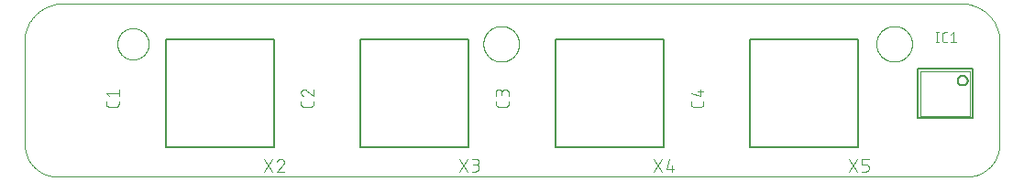
<source format=gto>
G75*
%MOIN*%
%OFA0B0*%
%FSLAX25Y25*%
%IPPOS*%
%LPD*%
%AMOC8*
5,1,8,0,0,1.08239X$1,22.5*
%
%ADD10C,0.00000*%
%ADD11C,0.00400*%
%ADD12C,0.00600*%
%ADD13C,0.00200*%
%ADD14C,0.00500*%
D10*
X0021079Y0005938D02*
X0351787Y0005938D01*
X0352072Y0005941D01*
X0352358Y0005952D01*
X0352643Y0005969D01*
X0352927Y0005993D01*
X0353211Y0006024D01*
X0353494Y0006062D01*
X0353775Y0006107D01*
X0354056Y0006158D01*
X0354336Y0006216D01*
X0354614Y0006281D01*
X0354890Y0006353D01*
X0355164Y0006431D01*
X0355437Y0006516D01*
X0355707Y0006608D01*
X0355975Y0006706D01*
X0356241Y0006810D01*
X0356504Y0006921D01*
X0356764Y0007038D01*
X0357022Y0007161D01*
X0357276Y0007291D01*
X0357527Y0007427D01*
X0357775Y0007568D01*
X0358019Y0007716D01*
X0358260Y0007869D01*
X0358496Y0008029D01*
X0358729Y0008194D01*
X0358958Y0008364D01*
X0359183Y0008540D01*
X0359403Y0008722D01*
X0359619Y0008908D01*
X0359830Y0009100D01*
X0360037Y0009297D01*
X0360239Y0009499D01*
X0360436Y0009706D01*
X0360628Y0009917D01*
X0360814Y0010133D01*
X0360996Y0010353D01*
X0361172Y0010578D01*
X0361342Y0010807D01*
X0361507Y0011040D01*
X0361667Y0011276D01*
X0361820Y0011517D01*
X0361968Y0011761D01*
X0362109Y0012009D01*
X0362245Y0012260D01*
X0362375Y0012514D01*
X0362498Y0012772D01*
X0362615Y0013032D01*
X0362726Y0013295D01*
X0362830Y0013561D01*
X0362928Y0013829D01*
X0363020Y0014099D01*
X0363105Y0014372D01*
X0363183Y0014646D01*
X0363255Y0014922D01*
X0363320Y0015200D01*
X0363378Y0015480D01*
X0363429Y0015761D01*
X0363474Y0016042D01*
X0363512Y0016325D01*
X0363543Y0016609D01*
X0363567Y0016893D01*
X0363584Y0017178D01*
X0363595Y0017464D01*
X0363598Y0017749D01*
X0363598Y0053182D01*
X0363598Y0053183D02*
X0363642Y0053516D01*
X0363677Y0053851D01*
X0363704Y0054186D01*
X0363724Y0054522D01*
X0363735Y0054858D01*
X0363738Y0055194D01*
X0363733Y0055530D01*
X0363720Y0055867D01*
X0363698Y0056202D01*
X0363669Y0056537D01*
X0363631Y0056872D01*
X0363586Y0057205D01*
X0363532Y0057537D01*
X0363470Y0057868D01*
X0363401Y0058197D01*
X0363323Y0058524D01*
X0363238Y0058849D01*
X0363144Y0059172D01*
X0363043Y0059493D01*
X0362935Y0059811D01*
X0362818Y0060127D01*
X0362694Y0060440D01*
X0362563Y0060749D01*
X0362424Y0061056D01*
X0362277Y0061358D01*
X0362124Y0061658D01*
X0361963Y0061953D01*
X0361795Y0062245D01*
X0361620Y0062532D01*
X0361438Y0062815D01*
X0361250Y0063093D01*
X0361054Y0063367D01*
X0360852Y0063636D01*
X0360644Y0063900D01*
X0360430Y0064159D01*
X0360209Y0064413D01*
X0359982Y0064662D01*
X0359749Y0064904D01*
X0359511Y0065142D01*
X0359266Y0065373D01*
X0359017Y0065598D01*
X0358762Y0065817D01*
X0358501Y0066030D01*
X0358236Y0066237D01*
X0357965Y0066437D01*
X0357690Y0066631D01*
X0357411Y0066817D01*
X0357127Y0066997D01*
X0356838Y0067171D01*
X0356546Y0067337D01*
X0356249Y0067496D01*
X0355949Y0067647D01*
X0355645Y0067792D01*
X0355338Y0067929D01*
X0355028Y0068059D01*
X0354714Y0068181D01*
X0354398Y0068295D01*
X0354079Y0068402D01*
X0353758Y0068501D01*
X0353434Y0068592D01*
X0353108Y0068676D01*
X0352780Y0068751D01*
X0352451Y0068819D01*
X0352120Y0068879D01*
X0351787Y0068930D01*
X0021079Y0068930D01*
X0020746Y0068879D01*
X0020415Y0068819D01*
X0020086Y0068751D01*
X0019758Y0068676D01*
X0019432Y0068592D01*
X0019108Y0068501D01*
X0018787Y0068402D01*
X0018468Y0068295D01*
X0018152Y0068181D01*
X0017838Y0068059D01*
X0017528Y0067929D01*
X0017221Y0067792D01*
X0016917Y0067647D01*
X0016617Y0067496D01*
X0016320Y0067337D01*
X0016028Y0067171D01*
X0015739Y0066997D01*
X0015455Y0066817D01*
X0015176Y0066631D01*
X0014901Y0066437D01*
X0014630Y0066237D01*
X0014365Y0066030D01*
X0014104Y0065817D01*
X0013849Y0065598D01*
X0013600Y0065373D01*
X0013355Y0065142D01*
X0013117Y0064904D01*
X0012884Y0064662D01*
X0012657Y0064413D01*
X0012436Y0064159D01*
X0012222Y0063900D01*
X0012014Y0063636D01*
X0011812Y0063367D01*
X0011616Y0063093D01*
X0011428Y0062815D01*
X0011246Y0062532D01*
X0011071Y0062245D01*
X0010903Y0061953D01*
X0010742Y0061658D01*
X0010589Y0061358D01*
X0010442Y0061056D01*
X0010303Y0060749D01*
X0010172Y0060440D01*
X0010048Y0060127D01*
X0009931Y0059811D01*
X0009823Y0059493D01*
X0009722Y0059172D01*
X0009628Y0058849D01*
X0009543Y0058524D01*
X0009465Y0058197D01*
X0009396Y0057868D01*
X0009334Y0057537D01*
X0009280Y0057205D01*
X0009235Y0056872D01*
X0009197Y0056537D01*
X0009168Y0056202D01*
X0009146Y0055867D01*
X0009133Y0055530D01*
X0009128Y0055194D01*
X0009131Y0054858D01*
X0009142Y0054522D01*
X0009162Y0054186D01*
X0009189Y0053851D01*
X0009224Y0053516D01*
X0009268Y0053183D01*
X0009268Y0053182D02*
X0009268Y0017749D01*
X0009271Y0017464D01*
X0009282Y0017178D01*
X0009299Y0016893D01*
X0009323Y0016609D01*
X0009354Y0016325D01*
X0009392Y0016042D01*
X0009437Y0015761D01*
X0009488Y0015480D01*
X0009546Y0015200D01*
X0009611Y0014922D01*
X0009683Y0014646D01*
X0009761Y0014372D01*
X0009846Y0014099D01*
X0009938Y0013829D01*
X0010036Y0013561D01*
X0010140Y0013295D01*
X0010251Y0013032D01*
X0010368Y0012772D01*
X0010491Y0012514D01*
X0010621Y0012260D01*
X0010757Y0012009D01*
X0010898Y0011761D01*
X0011046Y0011517D01*
X0011199Y0011276D01*
X0011359Y0011040D01*
X0011524Y0010807D01*
X0011694Y0010578D01*
X0011870Y0010353D01*
X0012052Y0010133D01*
X0012238Y0009917D01*
X0012430Y0009706D01*
X0012627Y0009499D01*
X0012829Y0009297D01*
X0013036Y0009100D01*
X0013247Y0008908D01*
X0013463Y0008722D01*
X0013683Y0008540D01*
X0013908Y0008364D01*
X0014137Y0008194D01*
X0014370Y0008029D01*
X0014606Y0007869D01*
X0014847Y0007716D01*
X0015091Y0007568D01*
X0015339Y0007427D01*
X0015590Y0007291D01*
X0015844Y0007161D01*
X0016102Y0007038D01*
X0016362Y0006921D01*
X0016625Y0006810D01*
X0016891Y0006706D01*
X0017159Y0006608D01*
X0017429Y0006516D01*
X0017702Y0006431D01*
X0017976Y0006353D01*
X0018252Y0006281D01*
X0018530Y0006216D01*
X0018810Y0006158D01*
X0019091Y0006107D01*
X0019372Y0006062D01*
X0019655Y0006024D01*
X0019939Y0005993D01*
X0020223Y0005969D01*
X0020508Y0005952D01*
X0020794Y0005941D01*
X0021079Y0005938D01*
X0042929Y0054363D02*
X0042931Y0054514D01*
X0042937Y0054664D01*
X0042947Y0054815D01*
X0042961Y0054965D01*
X0042979Y0055114D01*
X0043000Y0055264D01*
X0043026Y0055412D01*
X0043056Y0055560D01*
X0043089Y0055707D01*
X0043127Y0055853D01*
X0043168Y0055998D01*
X0043213Y0056142D01*
X0043262Y0056284D01*
X0043315Y0056425D01*
X0043371Y0056565D01*
X0043431Y0056703D01*
X0043494Y0056840D01*
X0043562Y0056975D01*
X0043632Y0057108D01*
X0043706Y0057239D01*
X0043784Y0057368D01*
X0043865Y0057495D01*
X0043949Y0057620D01*
X0044037Y0057743D01*
X0044128Y0057863D01*
X0044222Y0057981D01*
X0044319Y0058096D01*
X0044419Y0058209D01*
X0044522Y0058319D01*
X0044628Y0058426D01*
X0044737Y0058531D01*
X0044848Y0058632D01*
X0044962Y0058731D01*
X0045078Y0058826D01*
X0045198Y0058919D01*
X0045319Y0059008D01*
X0045443Y0059094D01*
X0045569Y0059177D01*
X0045697Y0059256D01*
X0045827Y0059332D01*
X0045959Y0059405D01*
X0046093Y0059473D01*
X0046229Y0059539D01*
X0046367Y0059601D01*
X0046506Y0059659D01*
X0046646Y0059713D01*
X0046788Y0059764D01*
X0046931Y0059811D01*
X0047076Y0059854D01*
X0047221Y0059893D01*
X0047368Y0059929D01*
X0047515Y0059960D01*
X0047663Y0059988D01*
X0047812Y0060012D01*
X0047961Y0060032D01*
X0048111Y0060048D01*
X0048261Y0060060D01*
X0048412Y0060068D01*
X0048563Y0060072D01*
X0048713Y0060072D01*
X0048864Y0060068D01*
X0049015Y0060060D01*
X0049165Y0060048D01*
X0049315Y0060032D01*
X0049464Y0060012D01*
X0049613Y0059988D01*
X0049761Y0059960D01*
X0049908Y0059929D01*
X0050055Y0059893D01*
X0050200Y0059854D01*
X0050345Y0059811D01*
X0050488Y0059764D01*
X0050630Y0059713D01*
X0050770Y0059659D01*
X0050909Y0059601D01*
X0051047Y0059539D01*
X0051183Y0059473D01*
X0051317Y0059405D01*
X0051449Y0059332D01*
X0051579Y0059256D01*
X0051707Y0059177D01*
X0051833Y0059094D01*
X0051957Y0059008D01*
X0052078Y0058919D01*
X0052198Y0058826D01*
X0052314Y0058731D01*
X0052428Y0058632D01*
X0052539Y0058531D01*
X0052648Y0058426D01*
X0052754Y0058319D01*
X0052857Y0058209D01*
X0052957Y0058096D01*
X0053054Y0057981D01*
X0053148Y0057863D01*
X0053239Y0057743D01*
X0053327Y0057620D01*
X0053411Y0057495D01*
X0053492Y0057368D01*
X0053570Y0057239D01*
X0053644Y0057108D01*
X0053714Y0056975D01*
X0053782Y0056840D01*
X0053845Y0056703D01*
X0053905Y0056565D01*
X0053961Y0056425D01*
X0054014Y0056284D01*
X0054063Y0056142D01*
X0054108Y0055998D01*
X0054149Y0055853D01*
X0054187Y0055707D01*
X0054220Y0055560D01*
X0054250Y0055412D01*
X0054276Y0055264D01*
X0054297Y0055114D01*
X0054315Y0054965D01*
X0054329Y0054815D01*
X0054339Y0054664D01*
X0054345Y0054514D01*
X0054347Y0054363D01*
X0054345Y0054212D01*
X0054339Y0054062D01*
X0054329Y0053911D01*
X0054315Y0053761D01*
X0054297Y0053612D01*
X0054276Y0053462D01*
X0054250Y0053314D01*
X0054220Y0053166D01*
X0054187Y0053019D01*
X0054149Y0052873D01*
X0054108Y0052728D01*
X0054063Y0052584D01*
X0054014Y0052442D01*
X0053961Y0052301D01*
X0053905Y0052161D01*
X0053845Y0052023D01*
X0053782Y0051886D01*
X0053714Y0051751D01*
X0053644Y0051618D01*
X0053570Y0051487D01*
X0053492Y0051358D01*
X0053411Y0051231D01*
X0053327Y0051106D01*
X0053239Y0050983D01*
X0053148Y0050863D01*
X0053054Y0050745D01*
X0052957Y0050630D01*
X0052857Y0050517D01*
X0052754Y0050407D01*
X0052648Y0050300D01*
X0052539Y0050195D01*
X0052428Y0050094D01*
X0052314Y0049995D01*
X0052198Y0049900D01*
X0052078Y0049807D01*
X0051957Y0049718D01*
X0051833Y0049632D01*
X0051707Y0049549D01*
X0051579Y0049470D01*
X0051449Y0049394D01*
X0051317Y0049321D01*
X0051183Y0049253D01*
X0051047Y0049187D01*
X0050909Y0049125D01*
X0050770Y0049067D01*
X0050630Y0049013D01*
X0050488Y0048962D01*
X0050345Y0048915D01*
X0050200Y0048872D01*
X0050055Y0048833D01*
X0049908Y0048797D01*
X0049761Y0048766D01*
X0049613Y0048738D01*
X0049464Y0048714D01*
X0049315Y0048694D01*
X0049165Y0048678D01*
X0049015Y0048666D01*
X0048864Y0048658D01*
X0048713Y0048654D01*
X0048563Y0048654D01*
X0048412Y0048658D01*
X0048261Y0048666D01*
X0048111Y0048678D01*
X0047961Y0048694D01*
X0047812Y0048714D01*
X0047663Y0048738D01*
X0047515Y0048766D01*
X0047368Y0048797D01*
X0047221Y0048833D01*
X0047076Y0048872D01*
X0046931Y0048915D01*
X0046788Y0048962D01*
X0046646Y0049013D01*
X0046506Y0049067D01*
X0046367Y0049125D01*
X0046229Y0049187D01*
X0046093Y0049253D01*
X0045959Y0049321D01*
X0045827Y0049394D01*
X0045697Y0049470D01*
X0045569Y0049549D01*
X0045443Y0049632D01*
X0045319Y0049718D01*
X0045198Y0049807D01*
X0045078Y0049900D01*
X0044962Y0049995D01*
X0044848Y0050094D01*
X0044737Y0050195D01*
X0044628Y0050300D01*
X0044522Y0050407D01*
X0044419Y0050517D01*
X0044319Y0050630D01*
X0044222Y0050745D01*
X0044128Y0050863D01*
X0044037Y0050983D01*
X0043949Y0051106D01*
X0043865Y0051231D01*
X0043784Y0051358D01*
X0043706Y0051487D01*
X0043632Y0051618D01*
X0043562Y0051751D01*
X0043494Y0051886D01*
X0043431Y0052023D01*
X0043371Y0052161D01*
X0043315Y0052301D01*
X0043262Y0052442D01*
X0043213Y0052584D01*
X0043168Y0052728D01*
X0043127Y0052873D01*
X0043089Y0053019D01*
X0043056Y0053166D01*
X0043026Y0053314D01*
X0043000Y0053462D01*
X0042979Y0053612D01*
X0042961Y0053761D01*
X0042947Y0053911D01*
X0042937Y0054062D01*
X0042931Y0054212D01*
X0042929Y0054363D01*
X0176000Y0054363D02*
X0176002Y0054524D01*
X0176008Y0054684D01*
X0176018Y0054845D01*
X0176032Y0055005D01*
X0176050Y0055164D01*
X0176071Y0055324D01*
X0176097Y0055482D01*
X0176127Y0055640D01*
X0176160Y0055797D01*
X0176198Y0055954D01*
X0176239Y0056109D01*
X0176284Y0056263D01*
X0176333Y0056416D01*
X0176386Y0056568D01*
X0176442Y0056718D01*
X0176502Y0056867D01*
X0176566Y0057015D01*
X0176633Y0057161D01*
X0176704Y0057305D01*
X0176779Y0057447D01*
X0176857Y0057588D01*
X0176938Y0057726D01*
X0177023Y0057863D01*
X0177112Y0057997D01*
X0177203Y0058129D01*
X0177298Y0058259D01*
X0177396Y0058386D01*
X0177497Y0058511D01*
X0177601Y0058634D01*
X0177708Y0058753D01*
X0177818Y0058870D01*
X0177931Y0058985D01*
X0178047Y0059096D01*
X0178165Y0059205D01*
X0178286Y0059310D01*
X0178410Y0059413D01*
X0178536Y0059513D01*
X0178665Y0059609D01*
X0178796Y0059702D01*
X0178929Y0059792D01*
X0179064Y0059879D01*
X0179202Y0059962D01*
X0179341Y0060041D01*
X0179483Y0060118D01*
X0179626Y0060191D01*
X0179771Y0060260D01*
X0179918Y0060325D01*
X0180066Y0060387D01*
X0180216Y0060446D01*
X0180367Y0060500D01*
X0180519Y0060551D01*
X0180673Y0060598D01*
X0180828Y0060641D01*
X0180983Y0060680D01*
X0181140Y0060716D01*
X0181298Y0060748D01*
X0181456Y0060775D01*
X0181615Y0060799D01*
X0181774Y0060819D01*
X0181934Y0060835D01*
X0182095Y0060847D01*
X0182255Y0060855D01*
X0182416Y0060859D01*
X0182576Y0060859D01*
X0182737Y0060855D01*
X0182897Y0060847D01*
X0183058Y0060835D01*
X0183218Y0060819D01*
X0183377Y0060799D01*
X0183536Y0060775D01*
X0183694Y0060748D01*
X0183852Y0060716D01*
X0184009Y0060680D01*
X0184164Y0060641D01*
X0184319Y0060598D01*
X0184473Y0060551D01*
X0184625Y0060500D01*
X0184776Y0060446D01*
X0184926Y0060387D01*
X0185074Y0060325D01*
X0185221Y0060260D01*
X0185366Y0060191D01*
X0185509Y0060118D01*
X0185651Y0060041D01*
X0185790Y0059962D01*
X0185928Y0059879D01*
X0186063Y0059792D01*
X0186196Y0059702D01*
X0186327Y0059609D01*
X0186456Y0059513D01*
X0186582Y0059413D01*
X0186706Y0059310D01*
X0186827Y0059205D01*
X0186945Y0059096D01*
X0187061Y0058985D01*
X0187174Y0058870D01*
X0187284Y0058753D01*
X0187391Y0058634D01*
X0187495Y0058511D01*
X0187596Y0058386D01*
X0187694Y0058259D01*
X0187789Y0058129D01*
X0187880Y0057997D01*
X0187969Y0057863D01*
X0188054Y0057726D01*
X0188135Y0057588D01*
X0188213Y0057447D01*
X0188288Y0057305D01*
X0188359Y0057161D01*
X0188426Y0057015D01*
X0188490Y0056867D01*
X0188550Y0056718D01*
X0188606Y0056568D01*
X0188659Y0056416D01*
X0188708Y0056263D01*
X0188753Y0056109D01*
X0188794Y0055954D01*
X0188832Y0055797D01*
X0188865Y0055640D01*
X0188895Y0055482D01*
X0188921Y0055324D01*
X0188942Y0055164D01*
X0188960Y0055005D01*
X0188974Y0054845D01*
X0188984Y0054684D01*
X0188990Y0054524D01*
X0188992Y0054363D01*
X0188990Y0054202D01*
X0188984Y0054042D01*
X0188974Y0053881D01*
X0188960Y0053721D01*
X0188942Y0053562D01*
X0188921Y0053402D01*
X0188895Y0053244D01*
X0188865Y0053086D01*
X0188832Y0052929D01*
X0188794Y0052772D01*
X0188753Y0052617D01*
X0188708Y0052463D01*
X0188659Y0052310D01*
X0188606Y0052158D01*
X0188550Y0052008D01*
X0188490Y0051859D01*
X0188426Y0051711D01*
X0188359Y0051565D01*
X0188288Y0051421D01*
X0188213Y0051279D01*
X0188135Y0051138D01*
X0188054Y0051000D01*
X0187969Y0050863D01*
X0187880Y0050729D01*
X0187789Y0050597D01*
X0187694Y0050467D01*
X0187596Y0050340D01*
X0187495Y0050215D01*
X0187391Y0050092D01*
X0187284Y0049973D01*
X0187174Y0049856D01*
X0187061Y0049741D01*
X0186945Y0049630D01*
X0186827Y0049521D01*
X0186706Y0049416D01*
X0186582Y0049313D01*
X0186456Y0049213D01*
X0186327Y0049117D01*
X0186196Y0049024D01*
X0186063Y0048934D01*
X0185928Y0048847D01*
X0185790Y0048764D01*
X0185651Y0048685D01*
X0185509Y0048608D01*
X0185366Y0048535D01*
X0185221Y0048466D01*
X0185074Y0048401D01*
X0184926Y0048339D01*
X0184776Y0048280D01*
X0184625Y0048226D01*
X0184473Y0048175D01*
X0184319Y0048128D01*
X0184164Y0048085D01*
X0184009Y0048046D01*
X0183852Y0048010D01*
X0183694Y0047978D01*
X0183536Y0047951D01*
X0183377Y0047927D01*
X0183218Y0047907D01*
X0183058Y0047891D01*
X0182897Y0047879D01*
X0182737Y0047871D01*
X0182576Y0047867D01*
X0182416Y0047867D01*
X0182255Y0047871D01*
X0182095Y0047879D01*
X0181934Y0047891D01*
X0181774Y0047907D01*
X0181615Y0047927D01*
X0181456Y0047951D01*
X0181298Y0047978D01*
X0181140Y0048010D01*
X0180983Y0048046D01*
X0180828Y0048085D01*
X0180673Y0048128D01*
X0180519Y0048175D01*
X0180367Y0048226D01*
X0180216Y0048280D01*
X0180066Y0048339D01*
X0179918Y0048401D01*
X0179771Y0048466D01*
X0179626Y0048535D01*
X0179483Y0048608D01*
X0179341Y0048685D01*
X0179202Y0048764D01*
X0179064Y0048847D01*
X0178929Y0048934D01*
X0178796Y0049024D01*
X0178665Y0049117D01*
X0178536Y0049213D01*
X0178410Y0049313D01*
X0178286Y0049416D01*
X0178165Y0049521D01*
X0178047Y0049630D01*
X0177931Y0049741D01*
X0177818Y0049856D01*
X0177708Y0049973D01*
X0177601Y0050092D01*
X0177497Y0050215D01*
X0177396Y0050340D01*
X0177298Y0050467D01*
X0177203Y0050597D01*
X0177112Y0050729D01*
X0177023Y0050863D01*
X0176938Y0051000D01*
X0176857Y0051138D01*
X0176779Y0051279D01*
X0176704Y0051421D01*
X0176633Y0051565D01*
X0176566Y0051711D01*
X0176502Y0051859D01*
X0176442Y0052008D01*
X0176386Y0052158D01*
X0176333Y0052310D01*
X0176284Y0052463D01*
X0176239Y0052617D01*
X0176198Y0052772D01*
X0176160Y0052929D01*
X0176127Y0053086D01*
X0176097Y0053244D01*
X0176071Y0053402D01*
X0176050Y0053562D01*
X0176032Y0053721D01*
X0176018Y0053881D01*
X0176008Y0054042D01*
X0176002Y0054202D01*
X0176000Y0054363D01*
X0318913Y0054363D02*
X0318915Y0054524D01*
X0318921Y0054684D01*
X0318931Y0054845D01*
X0318945Y0055005D01*
X0318963Y0055164D01*
X0318984Y0055324D01*
X0319010Y0055482D01*
X0319040Y0055640D01*
X0319073Y0055797D01*
X0319111Y0055954D01*
X0319152Y0056109D01*
X0319197Y0056263D01*
X0319246Y0056416D01*
X0319299Y0056568D01*
X0319355Y0056718D01*
X0319415Y0056867D01*
X0319479Y0057015D01*
X0319546Y0057161D01*
X0319617Y0057305D01*
X0319692Y0057447D01*
X0319770Y0057588D01*
X0319851Y0057726D01*
X0319936Y0057863D01*
X0320025Y0057997D01*
X0320116Y0058129D01*
X0320211Y0058259D01*
X0320309Y0058386D01*
X0320410Y0058511D01*
X0320514Y0058634D01*
X0320621Y0058753D01*
X0320731Y0058870D01*
X0320844Y0058985D01*
X0320960Y0059096D01*
X0321078Y0059205D01*
X0321199Y0059310D01*
X0321323Y0059413D01*
X0321449Y0059513D01*
X0321578Y0059609D01*
X0321709Y0059702D01*
X0321842Y0059792D01*
X0321977Y0059879D01*
X0322115Y0059962D01*
X0322254Y0060041D01*
X0322396Y0060118D01*
X0322539Y0060191D01*
X0322684Y0060260D01*
X0322831Y0060325D01*
X0322979Y0060387D01*
X0323129Y0060446D01*
X0323280Y0060500D01*
X0323432Y0060551D01*
X0323586Y0060598D01*
X0323741Y0060641D01*
X0323896Y0060680D01*
X0324053Y0060716D01*
X0324211Y0060748D01*
X0324369Y0060775D01*
X0324528Y0060799D01*
X0324687Y0060819D01*
X0324847Y0060835D01*
X0325008Y0060847D01*
X0325168Y0060855D01*
X0325329Y0060859D01*
X0325489Y0060859D01*
X0325650Y0060855D01*
X0325810Y0060847D01*
X0325971Y0060835D01*
X0326131Y0060819D01*
X0326290Y0060799D01*
X0326449Y0060775D01*
X0326607Y0060748D01*
X0326765Y0060716D01*
X0326922Y0060680D01*
X0327077Y0060641D01*
X0327232Y0060598D01*
X0327386Y0060551D01*
X0327538Y0060500D01*
X0327689Y0060446D01*
X0327839Y0060387D01*
X0327987Y0060325D01*
X0328134Y0060260D01*
X0328279Y0060191D01*
X0328422Y0060118D01*
X0328564Y0060041D01*
X0328703Y0059962D01*
X0328841Y0059879D01*
X0328976Y0059792D01*
X0329109Y0059702D01*
X0329240Y0059609D01*
X0329369Y0059513D01*
X0329495Y0059413D01*
X0329619Y0059310D01*
X0329740Y0059205D01*
X0329858Y0059096D01*
X0329974Y0058985D01*
X0330087Y0058870D01*
X0330197Y0058753D01*
X0330304Y0058634D01*
X0330408Y0058511D01*
X0330509Y0058386D01*
X0330607Y0058259D01*
X0330702Y0058129D01*
X0330793Y0057997D01*
X0330882Y0057863D01*
X0330967Y0057726D01*
X0331048Y0057588D01*
X0331126Y0057447D01*
X0331201Y0057305D01*
X0331272Y0057161D01*
X0331339Y0057015D01*
X0331403Y0056867D01*
X0331463Y0056718D01*
X0331519Y0056568D01*
X0331572Y0056416D01*
X0331621Y0056263D01*
X0331666Y0056109D01*
X0331707Y0055954D01*
X0331745Y0055797D01*
X0331778Y0055640D01*
X0331808Y0055482D01*
X0331834Y0055324D01*
X0331855Y0055164D01*
X0331873Y0055005D01*
X0331887Y0054845D01*
X0331897Y0054684D01*
X0331903Y0054524D01*
X0331905Y0054363D01*
X0331903Y0054202D01*
X0331897Y0054042D01*
X0331887Y0053881D01*
X0331873Y0053721D01*
X0331855Y0053562D01*
X0331834Y0053402D01*
X0331808Y0053244D01*
X0331778Y0053086D01*
X0331745Y0052929D01*
X0331707Y0052772D01*
X0331666Y0052617D01*
X0331621Y0052463D01*
X0331572Y0052310D01*
X0331519Y0052158D01*
X0331463Y0052008D01*
X0331403Y0051859D01*
X0331339Y0051711D01*
X0331272Y0051565D01*
X0331201Y0051421D01*
X0331126Y0051279D01*
X0331048Y0051138D01*
X0330967Y0051000D01*
X0330882Y0050863D01*
X0330793Y0050729D01*
X0330702Y0050597D01*
X0330607Y0050467D01*
X0330509Y0050340D01*
X0330408Y0050215D01*
X0330304Y0050092D01*
X0330197Y0049973D01*
X0330087Y0049856D01*
X0329974Y0049741D01*
X0329858Y0049630D01*
X0329740Y0049521D01*
X0329619Y0049416D01*
X0329495Y0049313D01*
X0329369Y0049213D01*
X0329240Y0049117D01*
X0329109Y0049024D01*
X0328976Y0048934D01*
X0328841Y0048847D01*
X0328703Y0048764D01*
X0328564Y0048685D01*
X0328422Y0048608D01*
X0328279Y0048535D01*
X0328134Y0048466D01*
X0327987Y0048401D01*
X0327839Y0048339D01*
X0327689Y0048280D01*
X0327538Y0048226D01*
X0327386Y0048175D01*
X0327232Y0048128D01*
X0327077Y0048085D01*
X0326922Y0048046D01*
X0326765Y0048010D01*
X0326607Y0047978D01*
X0326449Y0047951D01*
X0326290Y0047927D01*
X0326131Y0047907D01*
X0325971Y0047891D01*
X0325810Y0047879D01*
X0325650Y0047871D01*
X0325489Y0047867D01*
X0325329Y0047867D01*
X0325168Y0047871D01*
X0325008Y0047879D01*
X0324847Y0047891D01*
X0324687Y0047907D01*
X0324528Y0047927D01*
X0324369Y0047951D01*
X0324211Y0047978D01*
X0324053Y0048010D01*
X0323896Y0048046D01*
X0323741Y0048085D01*
X0323586Y0048128D01*
X0323432Y0048175D01*
X0323280Y0048226D01*
X0323129Y0048280D01*
X0322979Y0048339D01*
X0322831Y0048401D01*
X0322684Y0048466D01*
X0322539Y0048535D01*
X0322396Y0048608D01*
X0322254Y0048685D01*
X0322115Y0048764D01*
X0321977Y0048847D01*
X0321842Y0048934D01*
X0321709Y0049024D01*
X0321578Y0049117D01*
X0321449Y0049213D01*
X0321323Y0049313D01*
X0321199Y0049416D01*
X0321078Y0049521D01*
X0320960Y0049630D01*
X0320844Y0049741D01*
X0320731Y0049856D01*
X0320621Y0049973D01*
X0320514Y0050092D01*
X0320410Y0050215D01*
X0320309Y0050340D01*
X0320211Y0050467D01*
X0320116Y0050597D01*
X0320025Y0050729D01*
X0319936Y0050863D01*
X0319851Y0051000D01*
X0319770Y0051138D01*
X0319692Y0051279D01*
X0319617Y0051421D01*
X0319546Y0051565D01*
X0319479Y0051711D01*
X0319415Y0051859D01*
X0319355Y0052008D01*
X0319299Y0052158D01*
X0319246Y0052310D01*
X0319197Y0052463D01*
X0319152Y0052617D01*
X0319111Y0052772D01*
X0319073Y0052929D01*
X0319040Y0053086D01*
X0319010Y0053244D01*
X0318984Y0053402D01*
X0318963Y0053562D01*
X0318945Y0053721D01*
X0318931Y0053881D01*
X0318921Y0054042D01*
X0318915Y0054202D01*
X0318913Y0054363D01*
D11*
X0340638Y0054940D02*
X0341438Y0054940D01*
X0341038Y0054940D02*
X0341038Y0058540D01*
X0340638Y0058540D02*
X0341438Y0058540D01*
X0342906Y0057740D02*
X0342906Y0055740D01*
X0342908Y0055685D01*
X0342913Y0055631D01*
X0342923Y0055577D01*
X0342936Y0055524D01*
X0342952Y0055472D01*
X0342972Y0055421D01*
X0342996Y0055372D01*
X0343022Y0055324D01*
X0343052Y0055279D01*
X0343085Y0055235D01*
X0343121Y0055194D01*
X0343160Y0055155D01*
X0343201Y0055119D01*
X0343245Y0055086D01*
X0343290Y0055056D01*
X0343338Y0055030D01*
X0343387Y0055006D01*
X0343438Y0054986D01*
X0343490Y0054970D01*
X0343543Y0054957D01*
X0343597Y0054947D01*
X0343651Y0054942D01*
X0343706Y0054940D01*
X0344506Y0054940D01*
X0345918Y0054940D02*
X0347918Y0054940D01*
X0346918Y0054940D02*
X0346918Y0058540D01*
X0345918Y0057740D01*
X0344506Y0058540D02*
X0343706Y0058540D01*
X0343651Y0058538D01*
X0343597Y0058533D01*
X0343543Y0058523D01*
X0343490Y0058510D01*
X0343438Y0058494D01*
X0343387Y0058474D01*
X0343338Y0058450D01*
X0343290Y0058424D01*
X0343245Y0058394D01*
X0343201Y0058361D01*
X0343160Y0058325D01*
X0343121Y0058286D01*
X0343085Y0058245D01*
X0343052Y0058201D01*
X0343022Y0058156D01*
X0342996Y0058108D01*
X0342972Y0058059D01*
X0342952Y0058008D01*
X0342936Y0057956D01*
X0342923Y0057903D01*
X0342913Y0057849D01*
X0342908Y0057795D01*
X0342906Y0057740D01*
X0255014Y0037772D02*
X0255014Y0035216D01*
X0251436Y0036238D01*
X0253992Y0037005D02*
X0256036Y0037005D01*
X0256036Y0033498D02*
X0256036Y0032475D01*
X0256034Y0032413D01*
X0256029Y0032352D01*
X0256019Y0032291D01*
X0256006Y0032230D01*
X0255990Y0032171D01*
X0255970Y0032113D01*
X0255946Y0032056D01*
X0255919Y0032000D01*
X0255889Y0031946D01*
X0255855Y0031894D01*
X0255819Y0031845D01*
X0255779Y0031797D01*
X0255737Y0031752D01*
X0255692Y0031710D01*
X0255644Y0031670D01*
X0255595Y0031634D01*
X0255543Y0031600D01*
X0255489Y0031570D01*
X0255433Y0031543D01*
X0255376Y0031519D01*
X0255318Y0031499D01*
X0255259Y0031483D01*
X0255198Y0031470D01*
X0255137Y0031460D01*
X0255076Y0031455D01*
X0255014Y0031453D01*
X0252458Y0031453D01*
X0252396Y0031455D01*
X0252335Y0031460D01*
X0252274Y0031470D01*
X0252213Y0031483D01*
X0252154Y0031499D01*
X0252096Y0031519D01*
X0252039Y0031543D01*
X0251983Y0031570D01*
X0251929Y0031600D01*
X0251877Y0031634D01*
X0251828Y0031670D01*
X0251780Y0031710D01*
X0251735Y0031752D01*
X0251693Y0031797D01*
X0251654Y0031845D01*
X0251617Y0031894D01*
X0251583Y0031946D01*
X0251553Y0032000D01*
X0251526Y0032056D01*
X0251502Y0032113D01*
X0251482Y0032171D01*
X0251466Y0032230D01*
X0251453Y0032291D01*
X0251443Y0032352D01*
X0251438Y0032413D01*
X0251436Y0032475D01*
X0251436Y0033498D01*
X0185170Y0033498D02*
X0185170Y0032475D01*
X0185168Y0032413D01*
X0185163Y0032352D01*
X0185153Y0032291D01*
X0185140Y0032230D01*
X0185124Y0032171D01*
X0185104Y0032113D01*
X0185080Y0032056D01*
X0185053Y0032000D01*
X0185023Y0031946D01*
X0184989Y0031894D01*
X0184953Y0031845D01*
X0184913Y0031797D01*
X0184871Y0031752D01*
X0184826Y0031710D01*
X0184778Y0031670D01*
X0184729Y0031634D01*
X0184677Y0031600D01*
X0184623Y0031570D01*
X0184567Y0031543D01*
X0184510Y0031519D01*
X0184452Y0031499D01*
X0184393Y0031483D01*
X0184332Y0031470D01*
X0184271Y0031460D01*
X0184210Y0031455D01*
X0184148Y0031453D01*
X0181592Y0031453D01*
X0181530Y0031455D01*
X0181469Y0031460D01*
X0181408Y0031470D01*
X0181347Y0031483D01*
X0181288Y0031499D01*
X0181230Y0031519D01*
X0181173Y0031543D01*
X0181117Y0031570D01*
X0181063Y0031600D01*
X0181011Y0031634D01*
X0180962Y0031670D01*
X0180914Y0031710D01*
X0180869Y0031752D01*
X0180827Y0031797D01*
X0180788Y0031845D01*
X0180751Y0031894D01*
X0180717Y0031946D01*
X0180687Y0032000D01*
X0180660Y0032056D01*
X0180636Y0032113D01*
X0180616Y0032171D01*
X0180600Y0032230D01*
X0180587Y0032291D01*
X0180577Y0032352D01*
X0180572Y0032413D01*
X0180570Y0032475D01*
X0180570Y0033498D01*
X0180570Y0035216D02*
X0180570Y0036750D01*
X0180572Y0036813D01*
X0180578Y0036876D01*
X0180587Y0036938D01*
X0180601Y0036999D01*
X0180618Y0037060D01*
X0180639Y0037119D01*
X0180664Y0037177D01*
X0180692Y0037234D01*
X0180723Y0037288D01*
X0180758Y0037340D01*
X0180796Y0037391D01*
X0180837Y0037439D01*
X0180881Y0037484D01*
X0180927Y0037526D01*
X0180976Y0037566D01*
X0181027Y0037602D01*
X0181081Y0037635D01*
X0181136Y0037665D01*
X0181194Y0037691D01*
X0181252Y0037714D01*
X0181312Y0037733D01*
X0181373Y0037748D01*
X0181435Y0037760D01*
X0181498Y0037768D01*
X0181561Y0037772D01*
X0181623Y0037772D01*
X0181686Y0037768D01*
X0181749Y0037760D01*
X0181811Y0037748D01*
X0181872Y0037733D01*
X0181932Y0037714D01*
X0181990Y0037691D01*
X0182048Y0037665D01*
X0182103Y0037635D01*
X0182157Y0037602D01*
X0182208Y0037566D01*
X0182257Y0037526D01*
X0182303Y0037484D01*
X0182347Y0037439D01*
X0182388Y0037391D01*
X0182426Y0037340D01*
X0182461Y0037288D01*
X0182492Y0037234D01*
X0182520Y0037177D01*
X0182545Y0037119D01*
X0182566Y0037060D01*
X0182583Y0036999D01*
X0182597Y0036938D01*
X0182606Y0036876D01*
X0182612Y0036813D01*
X0182614Y0036750D01*
X0182615Y0036750D02*
X0182615Y0035727D01*
X0182614Y0036494D02*
X0182616Y0036564D01*
X0182622Y0036635D01*
X0182631Y0036704D01*
X0182645Y0036773D01*
X0182662Y0036842D01*
X0182683Y0036909D01*
X0182708Y0036975D01*
X0182736Y0037039D01*
X0182768Y0037102D01*
X0182803Y0037163D01*
X0182842Y0037222D01*
X0182883Y0037279D01*
X0182928Y0037333D01*
X0182976Y0037385D01*
X0183026Y0037434D01*
X0183080Y0037481D01*
X0183135Y0037524D01*
X0183193Y0037564D01*
X0183253Y0037601D01*
X0183315Y0037634D01*
X0183379Y0037664D01*
X0183444Y0037691D01*
X0183510Y0037714D01*
X0183578Y0037733D01*
X0183647Y0037748D01*
X0183716Y0037760D01*
X0183786Y0037768D01*
X0183857Y0037772D01*
X0183927Y0037772D01*
X0183998Y0037768D01*
X0184068Y0037760D01*
X0184137Y0037748D01*
X0184206Y0037733D01*
X0184274Y0037714D01*
X0184340Y0037691D01*
X0184405Y0037664D01*
X0184469Y0037634D01*
X0184531Y0037601D01*
X0184591Y0037564D01*
X0184649Y0037524D01*
X0184704Y0037481D01*
X0184758Y0037434D01*
X0184808Y0037385D01*
X0184856Y0037333D01*
X0184901Y0037279D01*
X0184942Y0037222D01*
X0184981Y0037163D01*
X0185016Y0037102D01*
X0185048Y0037039D01*
X0185076Y0036975D01*
X0185101Y0036909D01*
X0185122Y0036842D01*
X0185139Y0036773D01*
X0185153Y0036704D01*
X0185162Y0036635D01*
X0185168Y0036564D01*
X0185170Y0036494D01*
X0185170Y0035216D01*
X0114304Y0035216D02*
X0114304Y0037772D01*
X0114304Y0035216D02*
X0111748Y0037388D01*
X0109704Y0036622D02*
X0109706Y0036548D01*
X0109711Y0036474D01*
X0109721Y0036400D01*
X0109734Y0036327D01*
X0109750Y0036254D01*
X0109771Y0036183D01*
X0109795Y0036113D01*
X0109822Y0036044D01*
X0109853Y0035976D01*
X0109887Y0035910D01*
X0109924Y0035846D01*
X0109965Y0035784D01*
X0110009Y0035723D01*
X0110055Y0035666D01*
X0110105Y0035610D01*
X0110157Y0035557D01*
X0110212Y0035507D01*
X0110269Y0035460D01*
X0110329Y0035416D01*
X0110391Y0035374D01*
X0110454Y0035336D01*
X0110520Y0035301D01*
X0110587Y0035270D01*
X0110656Y0035242D01*
X0110726Y0035217D01*
X0111748Y0037389D02*
X0111701Y0037436D01*
X0111651Y0037480D01*
X0111599Y0037522D01*
X0111545Y0037561D01*
X0111489Y0037596D01*
X0111431Y0037629D01*
X0111371Y0037659D01*
X0111310Y0037685D01*
X0111247Y0037708D01*
X0111183Y0037727D01*
X0111119Y0037743D01*
X0111053Y0037756D01*
X0110987Y0037765D01*
X0110921Y0037770D01*
X0110854Y0037772D01*
X0110787Y0037770D01*
X0110720Y0037764D01*
X0110654Y0037755D01*
X0110589Y0037741D01*
X0110524Y0037724D01*
X0110461Y0037703D01*
X0110399Y0037678D01*
X0110338Y0037650D01*
X0110279Y0037618D01*
X0110222Y0037583D01*
X0110167Y0037544D01*
X0110115Y0037503D01*
X0110065Y0037458D01*
X0110018Y0037411D01*
X0109973Y0037361D01*
X0109932Y0037309D01*
X0109893Y0037254D01*
X0109858Y0037197D01*
X0109826Y0037138D01*
X0109798Y0037077D01*
X0109773Y0037015D01*
X0109752Y0036952D01*
X0109735Y0036887D01*
X0109721Y0036822D01*
X0109712Y0036756D01*
X0109706Y0036689D01*
X0109704Y0036622D01*
X0109704Y0033498D02*
X0109704Y0032475D01*
X0109706Y0032413D01*
X0109711Y0032352D01*
X0109721Y0032291D01*
X0109734Y0032230D01*
X0109750Y0032171D01*
X0109770Y0032113D01*
X0109794Y0032056D01*
X0109821Y0032000D01*
X0109851Y0031946D01*
X0109885Y0031894D01*
X0109922Y0031845D01*
X0109961Y0031797D01*
X0110003Y0031752D01*
X0110048Y0031710D01*
X0110096Y0031670D01*
X0110145Y0031634D01*
X0110197Y0031600D01*
X0110251Y0031570D01*
X0110307Y0031543D01*
X0110364Y0031519D01*
X0110422Y0031499D01*
X0110481Y0031483D01*
X0110542Y0031470D01*
X0110603Y0031460D01*
X0110664Y0031455D01*
X0110726Y0031453D01*
X0113282Y0031453D01*
X0113344Y0031455D01*
X0113405Y0031460D01*
X0113466Y0031470D01*
X0113527Y0031483D01*
X0113586Y0031499D01*
X0113644Y0031519D01*
X0113701Y0031543D01*
X0113757Y0031570D01*
X0113811Y0031600D01*
X0113863Y0031634D01*
X0113912Y0031670D01*
X0113960Y0031710D01*
X0114005Y0031752D01*
X0114047Y0031797D01*
X0114087Y0031845D01*
X0114123Y0031894D01*
X0114157Y0031946D01*
X0114187Y0032000D01*
X0114214Y0032056D01*
X0114238Y0032113D01*
X0114258Y0032171D01*
X0114274Y0032230D01*
X0114287Y0032291D01*
X0114297Y0032352D01*
X0114302Y0032413D01*
X0114304Y0032475D01*
X0114304Y0033498D01*
X0043438Y0033498D02*
X0043438Y0032475D01*
X0043436Y0032413D01*
X0043431Y0032352D01*
X0043421Y0032291D01*
X0043408Y0032230D01*
X0043392Y0032171D01*
X0043372Y0032113D01*
X0043348Y0032056D01*
X0043321Y0032000D01*
X0043291Y0031946D01*
X0043257Y0031894D01*
X0043221Y0031845D01*
X0043181Y0031797D01*
X0043139Y0031752D01*
X0043094Y0031710D01*
X0043046Y0031670D01*
X0042997Y0031634D01*
X0042945Y0031600D01*
X0042891Y0031570D01*
X0042835Y0031543D01*
X0042778Y0031519D01*
X0042720Y0031499D01*
X0042661Y0031483D01*
X0042600Y0031470D01*
X0042539Y0031460D01*
X0042478Y0031455D01*
X0042416Y0031453D01*
X0039860Y0031453D01*
X0039798Y0031455D01*
X0039737Y0031460D01*
X0039676Y0031470D01*
X0039615Y0031483D01*
X0039556Y0031499D01*
X0039498Y0031519D01*
X0039441Y0031543D01*
X0039385Y0031570D01*
X0039331Y0031600D01*
X0039279Y0031634D01*
X0039230Y0031670D01*
X0039182Y0031710D01*
X0039137Y0031752D01*
X0039095Y0031797D01*
X0039056Y0031845D01*
X0039019Y0031894D01*
X0038985Y0031946D01*
X0038955Y0032000D01*
X0038928Y0032056D01*
X0038904Y0032113D01*
X0038884Y0032171D01*
X0038868Y0032230D01*
X0038855Y0032291D01*
X0038845Y0032352D01*
X0038840Y0032413D01*
X0038838Y0032475D01*
X0038838Y0033498D01*
X0039860Y0035216D02*
X0038838Y0036494D01*
X0043438Y0036494D01*
X0043438Y0035216D02*
X0043438Y0037772D01*
X0096245Y0012431D02*
X0099311Y0007831D01*
X0101000Y0007831D02*
X0103556Y0007831D01*
X0101000Y0007831D02*
X0103173Y0010387D01*
X0102406Y0012431D02*
X0102332Y0012429D01*
X0102258Y0012424D01*
X0102184Y0012414D01*
X0102111Y0012401D01*
X0102038Y0012385D01*
X0101967Y0012364D01*
X0101897Y0012340D01*
X0101828Y0012313D01*
X0101760Y0012282D01*
X0101694Y0012248D01*
X0101630Y0012211D01*
X0101568Y0012170D01*
X0101508Y0012126D01*
X0101450Y0012080D01*
X0101394Y0012030D01*
X0101341Y0011978D01*
X0101291Y0011923D01*
X0101244Y0011866D01*
X0101200Y0011806D01*
X0101158Y0011744D01*
X0101120Y0011681D01*
X0101085Y0011615D01*
X0101054Y0011548D01*
X0101026Y0011479D01*
X0101001Y0011409D01*
X0103173Y0010387D02*
X0103220Y0010434D01*
X0103264Y0010484D01*
X0103306Y0010536D01*
X0103345Y0010590D01*
X0103380Y0010646D01*
X0103413Y0010704D01*
X0103443Y0010764D01*
X0103469Y0010825D01*
X0103492Y0010888D01*
X0103511Y0010952D01*
X0103527Y0011016D01*
X0103540Y0011082D01*
X0103549Y0011148D01*
X0103554Y0011214D01*
X0103556Y0011281D01*
X0103554Y0011348D01*
X0103548Y0011415D01*
X0103539Y0011481D01*
X0103525Y0011546D01*
X0103508Y0011611D01*
X0103487Y0011674D01*
X0103462Y0011736D01*
X0103434Y0011797D01*
X0103402Y0011856D01*
X0103367Y0011913D01*
X0103328Y0011968D01*
X0103287Y0012020D01*
X0103242Y0012070D01*
X0103195Y0012117D01*
X0103145Y0012162D01*
X0103093Y0012203D01*
X0103038Y0012242D01*
X0102981Y0012277D01*
X0102922Y0012309D01*
X0102861Y0012337D01*
X0102799Y0012362D01*
X0102736Y0012383D01*
X0102671Y0012400D01*
X0102606Y0012414D01*
X0102540Y0012423D01*
X0102473Y0012429D01*
X0102406Y0012431D01*
X0099311Y0012431D02*
X0096245Y0007831D01*
X0167111Y0007831D02*
X0170178Y0012431D01*
X0171866Y0012431D02*
X0173400Y0012431D01*
X0173463Y0012429D01*
X0173526Y0012423D01*
X0173588Y0012414D01*
X0173649Y0012400D01*
X0173710Y0012383D01*
X0173769Y0012362D01*
X0173827Y0012337D01*
X0173884Y0012309D01*
X0173938Y0012278D01*
X0173990Y0012243D01*
X0174041Y0012205D01*
X0174089Y0012164D01*
X0174134Y0012120D01*
X0174176Y0012074D01*
X0174216Y0012025D01*
X0174252Y0011974D01*
X0174285Y0011920D01*
X0174315Y0011865D01*
X0174341Y0011807D01*
X0174364Y0011749D01*
X0174383Y0011689D01*
X0174398Y0011628D01*
X0174410Y0011566D01*
X0174418Y0011503D01*
X0174422Y0011440D01*
X0174422Y0011378D01*
X0174418Y0011315D01*
X0174410Y0011252D01*
X0174398Y0011190D01*
X0174383Y0011129D01*
X0174364Y0011069D01*
X0174341Y0011011D01*
X0174315Y0010953D01*
X0174285Y0010898D01*
X0174252Y0010844D01*
X0174216Y0010793D01*
X0174176Y0010744D01*
X0174134Y0010698D01*
X0174089Y0010654D01*
X0174041Y0010613D01*
X0173990Y0010575D01*
X0173938Y0010540D01*
X0173884Y0010509D01*
X0173827Y0010481D01*
X0173769Y0010456D01*
X0173710Y0010435D01*
X0173649Y0010418D01*
X0173588Y0010404D01*
X0173526Y0010395D01*
X0173463Y0010389D01*
X0173400Y0010387D01*
X0172378Y0010387D01*
X0173144Y0010387D02*
X0173214Y0010385D01*
X0173285Y0010379D01*
X0173354Y0010370D01*
X0173423Y0010356D01*
X0173492Y0010339D01*
X0173559Y0010318D01*
X0173625Y0010293D01*
X0173689Y0010265D01*
X0173752Y0010233D01*
X0173813Y0010198D01*
X0173872Y0010159D01*
X0173929Y0010118D01*
X0173983Y0010073D01*
X0174035Y0010025D01*
X0174084Y0009975D01*
X0174131Y0009921D01*
X0174174Y0009866D01*
X0174214Y0009808D01*
X0174251Y0009748D01*
X0174284Y0009686D01*
X0174314Y0009622D01*
X0174341Y0009557D01*
X0174364Y0009491D01*
X0174383Y0009423D01*
X0174398Y0009354D01*
X0174410Y0009285D01*
X0174418Y0009215D01*
X0174422Y0009144D01*
X0174422Y0009074D01*
X0174418Y0009003D01*
X0174410Y0008933D01*
X0174398Y0008864D01*
X0174383Y0008795D01*
X0174364Y0008727D01*
X0174341Y0008661D01*
X0174314Y0008596D01*
X0174284Y0008532D01*
X0174251Y0008470D01*
X0174214Y0008410D01*
X0174174Y0008352D01*
X0174131Y0008297D01*
X0174084Y0008243D01*
X0174035Y0008193D01*
X0173983Y0008145D01*
X0173929Y0008100D01*
X0173872Y0008059D01*
X0173813Y0008020D01*
X0173752Y0007985D01*
X0173689Y0007953D01*
X0173625Y0007925D01*
X0173559Y0007900D01*
X0173492Y0007879D01*
X0173423Y0007862D01*
X0173354Y0007848D01*
X0173285Y0007839D01*
X0173214Y0007833D01*
X0173144Y0007831D01*
X0171866Y0007831D01*
X0170178Y0007831D02*
X0167111Y0012431D01*
X0237977Y0012431D02*
X0241044Y0007831D01*
X0242733Y0008853D02*
X0245288Y0008853D01*
X0244522Y0007831D02*
X0244522Y0009876D01*
X0242733Y0008853D02*
X0243755Y0012431D01*
X0241044Y0012431D02*
X0237977Y0007831D01*
X0308843Y0007831D02*
X0311910Y0012431D01*
X0313599Y0012431D02*
X0316154Y0012431D01*
X0313599Y0012431D02*
X0313599Y0010387D01*
X0315132Y0010387D01*
X0315132Y0010386D02*
X0315194Y0010384D01*
X0315255Y0010379D01*
X0315316Y0010369D01*
X0315377Y0010356D01*
X0315436Y0010340D01*
X0315494Y0010320D01*
X0315551Y0010296D01*
X0315607Y0010269D01*
X0315661Y0010239D01*
X0315713Y0010205D01*
X0315762Y0010169D01*
X0315810Y0010129D01*
X0315855Y0010087D01*
X0315897Y0010042D01*
X0315937Y0009994D01*
X0315973Y0009945D01*
X0316007Y0009893D01*
X0316037Y0009839D01*
X0316064Y0009783D01*
X0316088Y0009726D01*
X0316108Y0009668D01*
X0316124Y0009609D01*
X0316137Y0009548D01*
X0316147Y0009487D01*
X0316152Y0009426D01*
X0316154Y0009364D01*
X0316154Y0008853D01*
X0316152Y0008791D01*
X0316147Y0008730D01*
X0316137Y0008669D01*
X0316124Y0008608D01*
X0316108Y0008549D01*
X0316088Y0008491D01*
X0316064Y0008434D01*
X0316037Y0008378D01*
X0316007Y0008324D01*
X0315973Y0008272D01*
X0315937Y0008223D01*
X0315897Y0008175D01*
X0315855Y0008130D01*
X0315810Y0008088D01*
X0315762Y0008048D01*
X0315713Y0008012D01*
X0315661Y0007978D01*
X0315607Y0007948D01*
X0315551Y0007921D01*
X0315494Y0007897D01*
X0315436Y0007877D01*
X0315377Y0007861D01*
X0315316Y0007848D01*
X0315255Y0007838D01*
X0315194Y0007833D01*
X0315132Y0007831D01*
X0313599Y0007831D01*
X0311910Y0007831D02*
X0308843Y0012431D01*
D12*
X0334013Y0027266D02*
X0353813Y0027266D01*
X0353813Y0045241D01*
X0334013Y0045241D01*
X0334013Y0027266D01*
X0348513Y0041053D02*
X0348515Y0041137D01*
X0348521Y0041222D01*
X0348531Y0041305D01*
X0348545Y0041389D01*
X0348562Y0041471D01*
X0348584Y0041553D01*
X0348609Y0041633D01*
X0348638Y0041712D01*
X0348671Y0041790D01*
X0348707Y0041866D01*
X0348747Y0041941D01*
X0348791Y0042013D01*
X0348837Y0042084D01*
X0348887Y0042152D01*
X0348940Y0042217D01*
X0348996Y0042280D01*
X0349055Y0042341D01*
X0349117Y0042398D01*
X0349181Y0042453D01*
X0349248Y0042504D01*
X0349317Y0042553D01*
X0349389Y0042598D01*
X0349462Y0042639D01*
X0349537Y0042677D01*
X0349614Y0042712D01*
X0349693Y0042743D01*
X0349773Y0042770D01*
X0349854Y0042793D01*
X0349936Y0042813D01*
X0350019Y0042829D01*
X0350102Y0042841D01*
X0350187Y0042849D01*
X0350271Y0042853D01*
X0350355Y0042853D01*
X0350439Y0042849D01*
X0350524Y0042841D01*
X0350607Y0042829D01*
X0350690Y0042813D01*
X0350772Y0042793D01*
X0350853Y0042770D01*
X0350933Y0042743D01*
X0351012Y0042712D01*
X0351089Y0042677D01*
X0351164Y0042639D01*
X0351237Y0042598D01*
X0351309Y0042553D01*
X0351378Y0042504D01*
X0351445Y0042453D01*
X0351509Y0042398D01*
X0351571Y0042341D01*
X0351630Y0042280D01*
X0351686Y0042217D01*
X0351739Y0042152D01*
X0351789Y0042084D01*
X0351835Y0042013D01*
X0351879Y0041941D01*
X0351919Y0041866D01*
X0351955Y0041790D01*
X0351988Y0041712D01*
X0352017Y0041633D01*
X0352042Y0041553D01*
X0352064Y0041471D01*
X0352081Y0041389D01*
X0352095Y0041305D01*
X0352105Y0041222D01*
X0352111Y0041137D01*
X0352113Y0041053D01*
X0352111Y0040969D01*
X0352105Y0040884D01*
X0352095Y0040801D01*
X0352081Y0040717D01*
X0352064Y0040635D01*
X0352042Y0040553D01*
X0352017Y0040473D01*
X0351988Y0040394D01*
X0351955Y0040316D01*
X0351919Y0040240D01*
X0351879Y0040165D01*
X0351835Y0040093D01*
X0351789Y0040022D01*
X0351739Y0039954D01*
X0351686Y0039889D01*
X0351630Y0039826D01*
X0351571Y0039765D01*
X0351509Y0039708D01*
X0351445Y0039653D01*
X0351378Y0039602D01*
X0351309Y0039553D01*
X0351237Y0039508D01*
X0351164Y0039467D01*
X0351089Y0039429D01*
X0351012Y0039394D01*
X0350933Y0039363D01*
X0350853Y0039336D01*
X0350772Y0039313D01*
X0350690Y0039293D01*
X0350607Y0039277D01*
X0350524Y0039265D01*
X0350439Y0039257D01*
X0350355Y0039253D01*
X0350271Y0039253D01*
X0350187Y0039257D01*
X0350102Y0039265D01*
X0350019Y0039277D01*
X0349936Y0039293D01*
X0349854Y0039313D01*
X0349773Y0039336D01*
X0349693Y0039363D01*
X0349614Y0039394D01*
X0349537Y0039429D01*
X0349462Y0039467D01*
X0349389Y0039508D01*
X0349317Y0039553D01*
X0349248Y0039602D01*
X0349181Y0039653D01*
X0349117Y0039708D01*
X0349055Y0039765D01*
X0348996Y0039826D01*
X0348940Y0039889D01*
X0348887Y0039954D01*
X0348837Y0040022D01*
X0348791Y0040093D01*
X0348747Y0040165D01*
X0348707Y0040240D01*
X0348671Y0040316D01*
X0348638Y0040394D01*
X0348609Y0040473D01*
X0348584Y0040553D01*
X0348562Y0040635D01*
X0348545Y0040717D01*
X0348531Y0040801D01*
X0348521Y0040884D01*
X0348515Y0040969D01*
X0348513Y0041053D01*
D13*
X0352913Y0044341D02*
X0334913Y0044341D01*
X0334913Y0028166D01*
X0352913Y0028166D01*
X0352913Y0044341D01*
D14*
X0312417Y0055938D02*
X0273047Y0055938D01*
X0273047Y0016568D01*
X0312417Y0016568D01*
X0312417Y0055938D01*
X0241551Y0055938D02*
X0202181Y0055938D01*
X0202181Y0016568D01*
X0241551Y0016568D01*
X0241551Y0055938D01*
X0170685Y0055938D02*
X0131315Y0055938D01*
X0131315Y0016568D01*
X0170685Y0016568D01*
X0170685Y0055938D01*
X0099819Y0055938D02*
X0060449Y0055938D01*
X0060449Y0016568D01*
X0099819Y0016568D01*
X0099819Y0055938D01*
M02*

</source>
